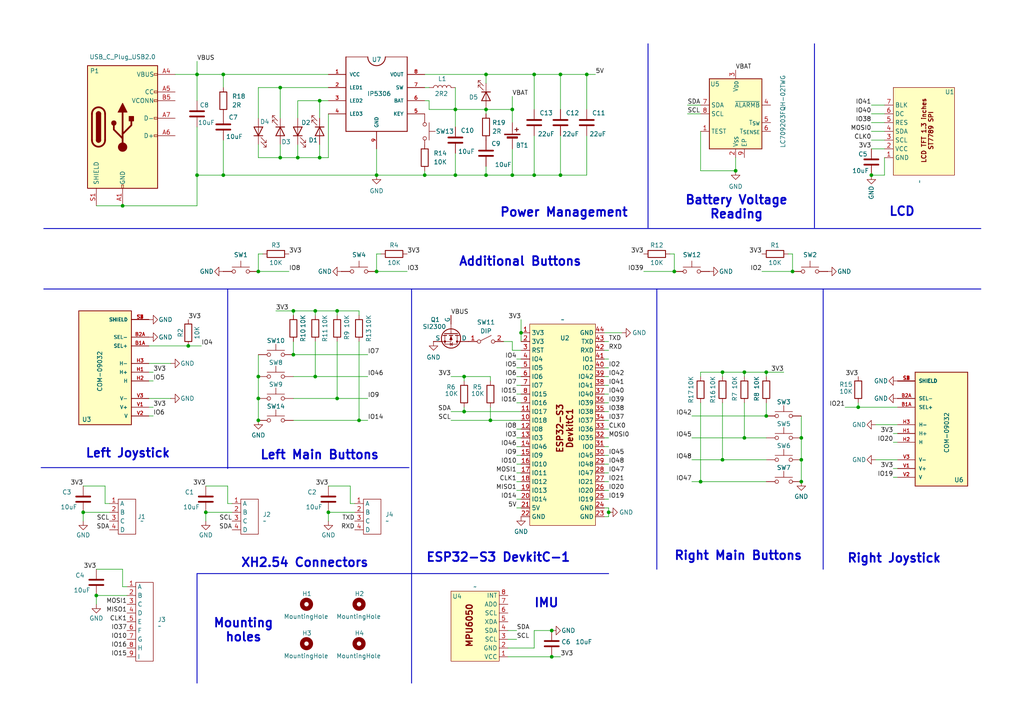
<source format=kicad_sch>
(kicad_sch (version 20231120) (generator "eeschema") (generator_version "8.0")
  (paper "A4")
  (title_block (title "ESP32 Gamepad") (date "2025-01-21") (rev "v02") (comment 1 "Author: Pacman Ng"))
  (junction (at 252.73 50.8))
  (junction (at 148.59 31.75))
  (junction (at 151.13 96.52))
  (junction (at 97.79 90.17))
  (junction (at 140.97 50.8))
  (junction (at 59.69 148.59))
  (junction (at 92.71 45.72))
  (junction (at 222.25 120.65))
  (junction (at 154.94 50.8))
  (junction (at 134.62 119.38))
  (junction (at 229.87 78.74))
  (junction (at 86.36 45.72))
  (junction (at 195.58 78.74))
  (junction (at 132.08 50.8))
  (junction (at 91.44 109.22))
  (junction (at 160.02 190.5))
  (junction (at 95.25 148.59))
  (junction (at 209.55 107.95))
  (junction (at 64.77 50.8))
  (junction (at 74.93 109.22))
  (junction (at 140.97 21.59))
  (junction (at 104.14 121.92))
  (junction (at 162.56 50.8))
  (junction (at 154.94 21.59))
  (junction (at 74.93 121.92))
  (junction (at 24.13 148.59))
  (junction (at 57.15 50.8))
  (junction (at 35.56 59.69))
  (junction (at 74.93 115.57))
  (junction (at 213.36 49.53))
  (junction (at 81.28 25.4))
  (junction (at 232.41 139.7))
  (junction (at 140.97 31.75))
  (junction (at 85.09 102.87))
  (junction (at 142.24 121.92))
  (junction (at 162.56 21.59))
  (junction (at 54.61 100.33))
  (junction (at 170.18 21.59))
  (junction (at 81.28 45.72))
  (junction (at 215.9 127))
  (junction (at 109.22 50.8))
  (junction (at 160.02 182.88))
  (junction (at 123.19 50.8))
  (junction (at 148.59 50.8))
  (junction (at 109.22 78.74))
  (junction (at 232.41 127))
  (junction (at 232.41 133.35))
  (junction (at 85.09 90.17))
  (junction (at 176.53 148.59))
  (junction (at 64.77 21.59))
  (junction (at 215.9 107.95))
  (junction (at 132.08 31.75))
  (junction (at 203.2 139.7))
  (junction (at 222.25 107.95))
  (junction (at 57.15 21.59))
  (junction (at 74.93 78.74))
  (junction (at 134.62 109.22))
  (junction (at 97.79 115.57))
  (junction (at 248.92 118.11))
  (junction (at 91.44 90.17))
  (junction (at 27.94 172.72))
  (junction (at 92.71 29.21))
  (junction (at 209.55 133.35))
  (wire (pts (xy 176.53 104.14) (xy 175.26 104.14)))
  (wire (pts (xy 148.59 27.94) (xy 148.59 31.75)))
  (wire (pts (xy 176.53 149.86) (xy 176.53 148.59)))
  (wire (pts (xy 176.53 121.92) (xy 175.26 121.92)))
  (wire (pts (xy 199.39 30.48) (xy 203.2 30.48)))
  (wire (pts (xy 203.2 49.53) (xy 213.36 49.53)))
  (wire (pts (xy 140.97 31.75) (xy 140.97 33.02)))
  (wire (pts (xy 154.94 21.59) (xy 154.94 31.75)))
  (wire (pts (xy 95.25 140.97) (xy 101.6 140.97)))
  (wire (pts (xy 57.15 36.83) (xy 57.15 50.8)))
  (wire (pts (xy 149.86 109.22) (xy 151.13 109.22)))
  (wire (pts (xy 148.59 99.06) (xy 148.59 101.6)))
  (wire (pts (xy 118.11 78.74) (xy 109.22 78.74)))
  (wire (pts (xy 252.73 33.02) (xy 256.54 33.02)))
  (wire (pts (xy 194.31 73.66) (xy 195.58 73.66)))
  (wire (pts (xy 97.79 99.06) (xy 97.79 115.57)))
  (wire (pts (xy 64.77 21.59) (xy 95.25 21.59)))
  (wire (pts (xy 134.62 109.22) (xy 134.62 110.49)))
  (wire (pts (xy 209.55 133.35) (xy 222.25 133.35)))
  (wire (pts (xy 142.24 121.92) (xy 151.13 121.92)))
  (wire (pts (xy 142.24 110.49) (xy 142.24 109.22)))
  (wire (pts (xy 140.97 21.59) (xy 154.94 21.59)))
  (wire (pts (xy 162.56 50.8) (xy 154.94 50.8)))
  (wire (pts (xy 74.93 25.4) (xy 81.28 25.4)))
  (wire (pts (xy 123.19 41.91) (xy 123.19 43.18)))
  (wire (pts (xy 124.46 29.21) (xy 124.46 31.75)))
  (wire (pts (xy 149.86 132.08) (xy 151.13 132.08)))
  (wire (pts (xy 149.86 129.54) (xy 151.13 129.54)))
  (wire (pts (xy 252.73 38.1) (xy 256.54 38.1)))
  (wire (pts (xy 149.86 116.84) (xy 151.13 116.84)))
  (wire (pts (xy 44.45 107.95) (xy 43.18 107.95)))
  (wire (pts (xy 252.73 43.18) (xy 256.54 43.18)))
  (wire (pts (xy 254 123.19) (xy 260.35 123.19)))
  (polyline (pts (xy 12.7 83.82) (xy 284.48 83.82)) (stroke (width 0.254)))
  (wire (pts (xy 148.59 101.6) (xy 151.13 101.6)))
  (wire (pts (xy 109.22 50.8) (xy 109.22 43.18)))
  (wire (pts (xy 256.54 50.8) (xy 252.73 50.8)))
  (wire (pts (xy 252.73 40.64) (xy 256.54 40.64)))
  (wire (pts (xy 149.86 185.42) (xy 147.32 185.42)))
  (wire (pts (xy 91.44 90.17) (xy 91.44 91.44)))
  (wire (pts (xy 44.45 118.11) (xy 43.18 118.11)))
  (wire (pts (xy 101.6 146.05) (xy 102.87 146.05)))
  (wire (pts (xy 176.53 119.38) (xy 175.26 119.38)))
  (wire (pts (xy 180.34 96.52) (xy 175.26 96.52)))
  (wire (pts (xy 123.19 50.8) (xy 123.19 49.53)))
  (wire (pts (xy 175.26 149.86) (xy 176.53 149.86)))
  (wire (pts (xy 44.45 120.65) (xy 43.18 120.65)))
  (wire (pts (xy 35.56 170.18) (xy 36.83 170.18)))
  (wire (pts (xy 146.05 99.06) (xy 148.59 99.06)))
  (wire (pts (xy 176.53 111.76) (xy 175.26 111.76)))
  (wire (pts (xy 186.69 78.74) (xy 195.58 78.74)))
  (wire (pts (xy 149.86 124.46) (xy 151.13 124.46)))
  (wire (pts (xy 149.86 144.78) (xy 151.13 144.78)))
  (wire (pts (xy 85.09 99.06) (xy 85.09 102.87)))
  (wire (pts (xy 148.59 50.8) (xy 148.59 43.18)))
  (wire (pts (xy 85.09 90.17) (xy 91.44 90.17)))
  (wire (pts (xy 64.77 50.8) (xy 109.22 50.8)))
  (wire (pts (xy 203.2 107.95) (xy 203.2 109.22)))
  (polyline (pts (xy 238.76 83.82) (xy 238.76 165.1)) (stroke (width 0.254)))
  (wire (pts (xy 209.55 107.95) (xy 209.55 109.22)))
  (wire (pts (xy 24.13 151.13) (xy 24.13 148.59)))
  (wire (pts (xy 76.2 73.66) (xy 74.93 73.66)))
  (wire (pts (xy 149.86 114.3) (xy 151.13 114.3)))
  (wire (pts (xy 86.36 41.91) (xy 86.36 45.72)))
  (wire (pts (xy 149.86 137.16) (xy 151.13 137.16)))
  (wire (pts (xy 66.04 146.05) (xy 67.31 146.05)))
  (wire (pts (xy 132.08 25.4) (xy 132.08 31.75)))
  (wire (pts (xy 222.25 120.65) (xy 200.66 120.65)))
  (wire (pts (xy 170.18 21.59) (xy 170.18 31.75)))
  (wire (pts (xy 97.79 90.17) (xy 97.79 91.44)))
  (wire (pts (xy 176.53 101.6) (xy 175.26 101.6)))
  (wire (pts (xy 259.08 125.73) (xy 260.35 125.73)))
  (wire (pts (xy 203.2 38.1) (xy 203.2 49.53)))
  (wire (pts (xy 222.25 116.84) (xy 222.25 120.65)))
  (wire (pts (xy 134.62 118.11) (xy 134.62 119.38)))
  (wire (pts (xy 162.56 21.59) (xy 170.18 21.59)))
  (wire (pts (xy 232.41 120.65) (xy 232.41 127)))
  (polyline (pts (xy 66.04 83.82) (xy 66.04 135.89)) (stroke (width 0.254)))
  (wire (pts (xy 109.22 73.66) (xy 109.22 78.74)))
  (wire (pts (xy 86.36 29.21) (xy 92.71 29.21)))
  (wire (pts (xy 35.56 165.1) (xy 35.56 170.18)))
  (wire (pts (xy 91.44 109.22) (xy 85.09 109.22)))
  (wire (pts (xy 74.93 73.66) (xy 74.93 78.74)))
  (wire (pts (xy 203.2 107.95) (xy 209.55 107.95)))
  (wire (pts (xy 149.86 147.32) (xy 151.13 147.32)))
  (wire (pts (xy 213.36 49.53) (xy 213.36 45.72)))
  (wire (pts (xy 227.33 107.95) (xy 222.25 107.95)))
  (wire (pts (xy 57.15 29.21) (xy 57.15 21.59)))
  (wire (pts (xy 176.53 139.7) (xy 175.26 139.7)))
  (wire (pts (xy 154.94 187.96) (xy 154.94 182.88)))
  (wire (pts (xy 220.98 78.74) (xy 229.87 78.74)))
  (wire (pts (xy 83.82 78.74) (xy 74.93 78.74)))
  (wire (pts (xy 222.25 107.95) (xy 222.25 109.22)))
  (wire (pts (xy 124.46 31.75) (xy 132.08 31.75)))
  (wire (pts (xy 176.53 124.46) (xy 175.26 124.46)))
  (polyline (pts (xy 187.96 12.7) (xy 187.96 66.04)) (stroke (width 0.254)))
  (wire (pts (xy 97.79 115.57) (xy 85.09 115.57)))
  (wire (pts (xy 176.53 144.78) (xy 175.26 144.78)))
  (wire (pts (xy 170.18 50.8) (xy 170.18 39.37)))
  (wire (pts (xy 176.53 142.24) (xy 175.26 142.24)))
  (wire (pts (xy 176.53 114.3) (xy 175.26 114.3)))
  (wire (pts (xy 162.56 190.5) (xy 160.02 190.5)))
  (wire (pts (xy 74.93 109.22) (xy 74.93 115.57)))
  (wire (pts (xy 81.28 45.72) (xy 86.36 45.72)))
  (wire (pts (xy 151.13 96.52) (xy 151.13 99.06)))
  (wire (pts (xy 104.14 90.17) (xy 104.14 91.44)))
  (wire (pts (xy 215.9 107.95) (xy 215.9 109.22)))
  (wire (pts (xy 85.09 121.92) (xy 104.14 121.92)))
  (wire (pts (xy 49.53 105.41) (xy 43.18 105.41)))
  (wire (pts (xy 92.71 41.91) (xy 92.71 45.72)))
  (wire (pts (xy 59.69 151.13) (xy 59.69 148.59)))
  (wire (pts (xy 123.19 50.8) (xy 132.08 50.8)))
  (polyline (pts (xy 11.938 135.636) (xy 118.618 135.636)) (stroke (width 0.254)))
  (wire (pts (xy 109.22 50.8) (xy 123.19 50.8)))
  (wire (pts (xy 86.36 34.29) (xy 86.36 29.21)))
  (wire (pts (xy 74.93 34.29) (xy 74.93 25.4)))
  (polyline (pts (xy 57.15 166.37) (xy 119.38 166.37)) (stroke (width 0.254)))
  (wire (pts (xy 91.44 109.22) (xy 106.68 109.22)))
  (wire (pts (xy 57.15 59.69) (xy 57.15 50.8)))
  (wire (pts (xy 176.53 132.08) (xy 175.26 132.08)))
  (polyline (pts (xy 119.38 166.37) (xy 119.38 198.12)) (stroke (width 0.254)))
  (wire (pts (xy 252.73 35.56) (xy 256.54 35.56)))
  (wire (pts (xy 151.13 92.71) (xy 151.13 96.52)))
  (wire (pts (xy 74.93 45.72) (xy 81.28 45.72)))
  (wire (pts (xy 147.32 187.96) (xy 154.94 187.96)))
  (wire (pts (xy 248.92 116.84) (xy 248.92 118.11)))
  (wire (pts (xy 176.53 106.68) (xy 175.26 106.68)))
  (wire (pts (xy 140.97 48.26) (xy 140.97 50.8)))
  (wire (pts (xy 30.48 140.97) (xy 30.48 146.05)))
  (wire (pts (xy 203.2 139.7) (xy 200.66 139.7)))
  (wire (pts (xy 176.53 127) (xy 175.26 127)))
  (wire (pts (xy 149.86 139.7) (xy 151.13 139.7)))
  (wire (pts (xy 148.59 50.8) (xy 140.97 50.8)))
  (wire (pts (xy 209.55 116.84) (xy 209.55 133.35)))
  (wire (pts (xy 24.13 140.97) (xy 30.48 140.97)))
  (wire (pts (xy 149.86 104.14) (xy 151.13 104.14)))
  (wire (pts (xy 232.41 127) (xy 232.41 133.35)))
  (wire (pts (xy 142.24 118.11) (xy 142.24 121.92)))
  (wire (pts (xy 256.54 45.72) (xy 256.54 50.8)))
  (wire (pts (xy 215.9 127) (xy 200.66 127)))
  (wire (pts (xy 57.15 21.59) (xy 64.77 21.59)))
  (wire (pts (xy 134.62 119.38) (xy 151.13 119.38)))
  (wire (pts (xy 176.53 109.22) (xy 175.26 109.22)))
  (wire (pts (xy 209.55 107.95) (xy 215.9 107.95)))
  (wire (pts (xy 74.93 41.91) (xy 74.93 45.72)))
  (wire (pts (xy 162.56 21.59) (xy 162.56 31.75)))
  (wire (pts (xy 203.2 116.84) (xy 203.2 139.7)))
  (wire (pts (xy 101.6 140.97) (xy 101.6 146.05)))
  (wire (pts (xy 176.53 137.16) (xy 175.26 137.16)))
  (wire (pts (xy 92.71 29.21) (xy 95.25 29.21)))
  (wire (pts (xy 228.6 73.66) (xy 229.87 73.66)))
  (wire (pts (xy 148.59 31.75) (xy 148.59 35.56)))
  (wire (pts (xy 229.87 73.66) (xy 229.87 78.74)))
  (wire (pts (xy 54.61 100.33) (xy 58.42 100.33)))
  (wire (pts (xy 97.79 115.57) (xy 106.68 115.57)))
  (wire (pts (xy 66.04 140.97) (xy 66.04 146.05)))
  (wire (pts (xy 132.08 44.45) (xy 132.08 50.8)))
  (wire (pts (xy 91.44 99.06) (xy 91.44 109.22)))
  (wire (pts (xy 43.18 115.57) (xy 49.53 115.57)))
  (wire (pts (xy 81.28 41.91) (xy 81.28 45.72)))
  (wire (pts (xy 124.46 25.4) (xy 123.19 25.4)))
  (wire (pts (xy 160.02 190.5) (xy 147.32 190.5)))
  (polyline (pts (xy 236.22 12.7) (xy 236.22 66.04)) (stroke (width 0.254)))
  (wire (pts (xy 248.92 118.11) (xy 245.11 118.11)))
  (wire (pts (xy 104.14 121.92) (xy 106.68 121.92)))
  (wire (pts (xy 222.25 107.95) (xy 215.9 107.95)))
  (wire (pts (xy 149.86 142.24) (xy 151.13 142.24)))
  (wire (pts (xy 95.25 151.13) (xy 95.25 148.59)))
  (polyline (pts (xy 190.5 83.82) (xy 190.5 165.1)) (stroke (width 0.254)))
  (wire (pts (xy 176.53 134.62) (xy 175.26 134.62)))
  (wire (pts (xy 176.53 129.54) (xy 175.26 129.54)))
  (polyline (pts (xy 119.38 166.37) (xy 176.53 166.37)) (stroke (width 0.254)))
  (wire (pts (xy 248.92 118.11) (xy 260.35 118.11)))
  (wire (pts (xy 80.01 90.17) (xy 85.09 90.17)))
  (wire (pts (xy 92.71 45.72) (xy 95.25 45.72)))
  (wire (pts (xy 162.56 39.37) (xy 162.56 50.8)))
  (wire (pts (xy 81.28 25.4) (xy 81.28 34.29)))
  (wire (pts (xy 195.58 73.66) (xy 195.58 78.74)))
  (wire (pts (xy 132.08 31.75) (xy 140.97 31.75)))
  (wire (pts (xy 199.39 33.02) (xy 203.2 33.02)))
  (wire (pts (xy 86.36 45.72) (xy 92.71 45.72)))
  (wire (pts (xy 140.97 31.75) (xy 148.59 31.75)))
  (wire (pts (xy 92.71 29.21) (xy 92.71 34.29)))
  (wire (pts (xy 24.13 148.59) (xy 31.75 148.59)))
  (wire (pts (xy 130.81 121.92) (xy 142.24 121.92)))
  (wire (pts (xy 149.86 111.76) (xy 151.13 111.76)))
  (wire (pts (xy 130.81 119.38) (xy 134.62 119.38)))
  (wire (pts (xy 209.55 133.35) (xy 200.66 133.35)))
  (wire (pts (xy 259.08 138.43) (xy 260.35 138.43)))
  (wire (pts (xy 222.25 139.7) (xy 203.2 139.7)))
  (wire (pts (xy 64.77 40.64) (xy 64.77 50.8)))
  (wire (pts (xy 110.49 73.66) (xy 109.22 73.66)))
  (wire (pts (xy 259.08 128.27) (xy 260.35 128.27)))
  (wire (pts (xy 57.15 17.78) (xy 57.15 21.59)))
  (wire (pts (xy 95.25 45.72) (xy 95.25 33.02)))
  (polyline (pts (xy 12.7 66.294) (xy 284.48 66.294)) (stroke (width 0.254)))
  (wire (pts (xy 154.94 21.59) (xy 162.56 21.59)))
  (wire (pts (xy 252.73 30.48) (xy 256.54 30.48)))
  (wire (pts (xy 176.53 116.84) (xy 175.26 116.84)))
  (wire (pts (xy 54.61 100.33) (xy 43.18 100.33)))
  (wire (pts (xy 154.94 182.88) (xy 160.02 182.88)))
  (wire (pts (xy 104.14 90.17) (xy 97.79 90.17)))
  (wire (pts (xy 149.86 127) (xy 151.13 127)))
  (wire (pts (xy 232.41 133.35) (xy 232.41 139.7)))
  (wire (pts (xy 104.14 99.06) (xy 104.14 121.92)))
  (wire (pts (xy 74.93 115.57) (xy 74.93 121.92)))
  (wire (pts (xy 149.86 134.62) (xy 151.13 134.62)))
  (wire (pts (xy 44.45 110.49) (xy 43.18 110.49)))
  (polyline (pts (xy 57.15 198.12) (xy 57.15 166.37)) (stroke (width 0.254)))
  (wire (pts (xy 140.97 50.8) (xy 132.08 50.8)))
  (wire (pts (xy 85.09 90.17) (xy 85.09 91.44)))
  (wire (pts (xy 74.93 102.87) (xy 74.93 109.22)))
  (wire (pts (xy 130.81 109.22) (xy 134.62 109.22)))
  (wire (pts (xy 59.69 140.97) (xy 66.04 140.97)))
  (wire (pts (xy 50.8 21.59) (xy 57.15 21.59)))
  (wire (pts (xy 57.15 50.8) (xy 64.77 50.8)))
  (wire (pts (xy 148.59 50.8) (xy 154.94 50.8)))
  (polyline (pts (xy 119.38 83.82) (xy 119.38 166.37)) (stroke (width 0.254)))
  (wire (pts (xy 259.08 135.89) (xy 260.35 135.89)))
  (wire (pts (xy 35.56 59.69) (xy 57.15 59.69)))
  (wire (pts (xy 149.86 106.68) (xy 151.13 106.68)))
  (wire (pts (xy 95.25 148.59) (xy 102.87 148.59)))
  (wire (pts (xy 27.94 175.26) (xy 27.94 172.72)))
  (wire (pts (xy 123.19 29.21) (xy 124.46 29.21)))
  (wire (pts (xy 97.79 90.17) (xy 91.44 90.17)))
  (wire (pts (xy 81.28 25.4) (xy 95.25 25.4)))
  (wire (pts (xy 260.35 133.35) (xy 254 133.35)))
  (wire (pts (xy 154.94 39.37) (xy 154.94 50.8)))
  (wire (pts (xy 27.94 172.72) (xy 36.83 172.72)))
  (wire (pts (xy 140.97 21.59) (xy 140.97 24.13)))
  (wire (pts (xy 170.18 21.59) (xy 172.72 21.59)))
  (wire (pts (xy 175.26 147.32) (xy 176.53 147.32)))
  (wire (pts (xy 170.18 50.8) (xy 162.56 50.8)))
  (wire (pts (xy 134.62 109.22) (xy 142.24 109.22)))
  (wire (pts (xy 149.86 182.88) (xy 147.32 182.88)))
  (wire (pts (xy 59.69 148.59) (xy 67.31 148.59)))
  (wire (pts (xy 132.08 31.75) (xy 132.08 36.83)))
  (wire (pts (xy 64.77 21.59) (xy 64.77 25.4)))
  (wire (pts (xy 85.09 102.87) (xy 106.68 102.87)))
  (wire (pts (xy 30.48 146.05) (xy 31.75 146.05)))
  (wire (pts (xy 215.9 127) (xy 222.25 127)))
  (wire (pts (xy 27.94 165.1) (xy 35.56 165.1)))
  (wire (pts (xy 123.19 21.59) (xy 140.97 21.59)))
  (wire (pts (xy 27.94 59.69) (xy 35.56 59.69)))
  (wire (pts (xy 215.9 116.84) (xy 215.9 127)))
  (wire (pts (xy 176.53 147.32) (xy 176.53 148.59)))
  (wire (pts (xy 176.53 99.06) (xy 175.26 99.06)))
  (text "Left Main Buttons" (at 92.71 132.08 0) (effects (font (size 2.54 2.54) (thickness 0.508) (bold yes))))
  (text "XH2.54 Connectors" (at 88.392 163.322 0) (effects (font (size 2.54 2.54) (thickness 0.508) (bold yes))))
  (text "Mounting\nholes" (at 70.612 182.88 0) (effects (font (size 2.54 2.54) (thickness 0.508) (bold yes))))
  (text "Battery Voltage\nReading" (at 213.614 60.198 0) (effects (font (size 2.54 2.54) (thickness 0.508) (bold yes))))
  (text "Power Management" (at 163.576 61.722 0) (effects (font (size 2.54 2.54) (thickness 0.508) (bold yes))))
  (text "IMU" (at 158.496 175.006 0) (effects (font (size 2.54 2.54) (thickness 0.508) (bold yes))))
  (text "Additional Buttons" (at 150.876 75.946 0) (effects (font (size 2.54 2.54) (thickness 0.508) (bold yes))))
  (text "ESP32-S3 DevkitC-1" (at 144.526 161.798 0) (effects (font (size 2.54 2.54) (thickness 0.508) (bold yes))))
  (text "Right Joystick" (at 259.334 162.052 0) (effects (font (size 2.54 2.54) (thickness 0.508) (bold yes))))
  (text "Left Joystick" (at 37.084 131.572 0) (effects (font (size 2.54 2.54) (thickness 0.508) (bold yes))))
  (text "LCD" (at 261.62 61.468 0) (effects (font (size 2.54 2.54) (thickness 0.508) (bold yes))))
  (text "Right Main Buttons" (at 214.122 161.29 0) (effects (font (size 2.54 2.54) (thickness 0.508) (bold yes))))
  (label "IO16" (at 36.83 187.96 180))
  (label "CLK0" (at 176.53 124.46 0) (effects (font (thickness 0.1588))))
  (label "IO8" (at 149.86 124.46 180))
  (label "3V3" (at 80.01 90.17 0))
  (label "SDA" (at 31.75 153.67 180))
  (label "IO39" (at 186.69 78.74 180))
  (label "3V3" (at 162.56 190.5 0))
  (label "IO5" (at 149.86 106.68 180))
  (label "IO46" (at 149.86 129.54 180))
  (label "3V3" (at 95.25 140.97 180))
  (label "MOSI0" (at 176.53 127 0) (effects (font (thickness 0.1588))))
  (label "3V3" (at 259.08 125.73 180))
  (label "3V3" (at 248.92 109.22 180))
  (label "IO41" (at 176.53 111.76 0) (effects (font (thickness 0.1588))))
  (label "SDA" (at 199.39 30.48 0))
  (label "IO10" (at 36.83 185.42 180))
  (label "3V3" (at 24.13 140.97 180))
  (label "VBUS" (at 57.15 17.78 0))
  (label "TXD" (at 176.53 99.06 0))
  (label "MOSI1" (at 36.83 175.26 180))
  (label "IO7" (at 106.68 102.87 0))
  (label "3V3" (at 227.33 107.95 180))
  (label "CLK0" (at 252.73 40.64 180) (effects (font (thickness 0.1588))))
  (label "3V3" (at 252.73 43.18 180))
  (label "MISO1" (at 36.83 177.8 180))
  (label "3V3" (at 59.69 140.97 180))
  (label "3V3" (at 186.69 73.66 180))
  (label "3V3" (at 259.08 135.89 180))
  (label "IO3" (at 149.86 127 180))
  (label "3V3" (at 54.61 92.71 0))
  (label "IO48" (at 176.53 134.62 0) (effects (font (thickness 0.1588))))
  (label "CLK1" (at 149.86 139.7 180))
  (label "IO21" (at 176.53 139.7 0))
  (label "SCL" (at 149.86 185.42 0))
  (label "VBAT" (at 148.59 27.94 0))
  (label "IO8" (at 83.82 78.74 0))
  (label "3V3" (at 44.45 107.95 0))
  (label "IO42" (at 176.53 109.22 0))
  (label "IO16" (at 149.86 116.84 180))
  (label "VBAT" (at 213.36 20.32 0))
  (label "SDA" (at 130.81 119.38 180))
  (label "MISO1" (at 149.86 142.24 180))
  (label "SCL" (at 67.31 151.13 180))
  (label "IO14" (at 106.68 121.92 0))
  (label "IO37" (at 36.83 182.88 180))
  (label "IO21" (at 245.11 118.11 180))
  (label "IO3" (at 118.11 78.74 0))
  (label "RXD" (at 176.53 101.6 0))
  (label "IO46" (at 106.68 109.22 0))
  (label "IO48" (at 200.66 133.35 180) (effects (font (thickness 0.1588))))
  (label "IO4" (at 58.42 100.33 0))
  (label "IO40" (at 176.53 114.3 0) (effects (font (thickness 0.1588))))
  (label "IO4" (at 149.86 104.14 180))
  (label "VBUS" (at 130.81 91.44 0))
  (label "IO15" (at 36.83 190.5 180))
  (label "SCL" (at 31.75 151.13 180))
  (label "IO9" (at 149.86 132.08 180))
  (label "IO15" (at 149.86 114.3 180))
  (label "IO37" (at 176.53 121.92 0))
  (label "SCL" (at 130.81 121.92 180))
  (label "SDA" (at 67.31 153.67 180))
  (label "IO47" (at 200.66 139.7 180) (effects (font (thickness 0.1588))))
  (label "IO38" (at 176.53 119.38 0) (effects (font (thickness 0.1588))))
  (label "IO10" (at 149.86 134.62 180))
  (label "IO14" (at 149.86 144.78 180))
  (label "IO20" (at 259.08 128.27 180))
  (label "3V3" (at 220.98 73.66 180))
  (label "MOSI1" (at 149.86 137.16 180))
  (label "MOSI0" (at 252.73 38.1 180) (effects (font (thickness 0.1588))))
  (label "3V3" (at 27.94 165.1 180))
  (label "IO19" (at 176.53 144.78 0))
  (label "3V3" (at 130.81 109.22 180))
  (label "IO42" (at 200.66 120.65 180))
  (label "IO19" (at 259.08 138.43 180))
  (label "IO7" (at 149.86 111.76 180))
  (label "3V3" (at 118.11 73.66 0))
  (label "IO20" (at 176.53 142.24 0))
  (label "IO2" (at 176.53 106.68 0))
  (label "5V" (at 149.86 147.32 180))
  (label "TXD" (at 102.87 151.13 180))
  (label "3V3" (at 83.82 73.66 0))
  (label "IO45" (at 200.66 127 180) (effects (font (thickness 0.1588))))
  (label "3V3" (at 151.13 92.71 180))
  (label "IO6" (at 44.45 120.65 0))
  (label "IO39" (at 176.53 116.84 0))
  (label "SCL" (at 199.39 33.02 0))
  (label "IO38" (at 252.73 35.56 180) (effects (font (thickness 0.1588))))
  (label "CLK1" (at 36.83 180.34 180))
  (label "IO47" (at 176.53 137.16 0) (effects (font (thickness 0.1588))))
  (label "3V3" (at 44.45 118.11 0))
  (label "IO45" (at 176.53 132.08 0) (effects (font (thickness 0.1588))))
  (label "IO41" (at 252.73 30.48 180) (effects (font (thickness 0.1588))))
  (label "IO40" (at 252.73 33.02 180) (effects (font (thickness 0.1588))))
  (label "SDA" (at 149.86 182.88 0))
  (label "IO6" (at 149.86 109.22 180))
  (label "IO5" (at 44.45 110.49 0))
  (label "IO2" (at 220.98 78.74 180))
  (label "IO9" (at 106.68 115.57 0))
  (label "5V" (at 172.72 21.59 0))
  (label "RXD" (at 102.87 153.67 180))
  (symbol (lib_id "XH_2p54:XH_2p54_4P_male") (at 38.1 149.86 270) (unit 1)
    (property "Reference" "J1" (at 39.878 149.86 90) (effects (justify left)))
    (property "Value" "~" (at 40.64 151.13 90) (effects (justify left)))
    (property "Footprint" "XH_2p54:XH_2p54_4P_male" (effects (hide yes)))
  )
  (symbol (lib_id "power:GND") (at 49.53 105.41 90) (unit 1)
    (property "Reference" "#PWR02" (effects (hide yes)))
    (property "Value" "GND" (at 54.356 105.41 90))
    (property "Description" "Power symbol creates a global label with name \"GND\" , ground" (effects (hide yes)))
  )
  (symbol (lib_id "power:GND") (at 27.94 175.26 0) (mirror y) (unit 1)
    (property "Reference" "#PWR026" (effects (hide yes)))
    (property "Value" "GND" (at 27.94 179.324 0))
    (property "Description" "Power symbol creates a global label with name \"GND\" , ground" (effects (hide yes)))
  )
  (symbol (lib_id "Device:C") (at 27.94 168.91 0) (unit 1)
    (property "Reference" "C4" (at 21.844 166.878 0) (effects (justify left)))
    (property "Value" "10uF" (at 21.336 171.196 0) (effects (justify left)))
    (property "Footprint" "Capacitor_SMD:C_0805_2012Metric" (effects (hide yes)))
    (property "Description" "Unpolarized capacitor" (effects (hide yes)))
  )
  (symbol (lib_id "Switch:SW_Push") (at 80.01 109.22 0) (mirror y) (unit 1)
    (property "Reference" "SW8" (at 80.01 105.156 0))
    (property "Value" "SW_Push" (effects (hide yes)))
    (property "Footprint" "Keyboard_Switches:SW_MX_LowProfile_Kailh_Choc_V1V2_THT_Hybrid" (effects (hide yes)))
    (property "Description" "Push button switch, generic, two pins" (effects (hide yes)))
  )
  (symbol (lib_id "XH_2p54:XH_2p54_9P_male") (at 43.18 179.07 270) (unit 1)
    (property "Reference" "J3" (at 45.72 179.7049 90) (effects (justify left)))
    (property "Value" "~" (at 45.72 181.61 90) (effects (justify left)))
    (property "Footprint" "XH_2p54:XH_2p54_9P_male" (effects (hide yes)))
  )
  (symbol (lib_id "Device:C") (at 59.69 144.78 0) (unit 1)
    (property "Reference" "C1" (at 53.594 142.748 0) (effects (justify left)))
    (property "Value" "10uF" (at 53.086 147.066 0) (effects (justify left)))
    (property "Footprint" "Capacitor_SMD:C_0805_2012Metric" (effects (hide yes)))
    (property "Description" "Unpolarized capacitor" (effects (hide yes)))
  )
  (symbol (lib_id "Switch:SW_Push") (at 200.66 78.74 0) (mirror y) (unit 1)
    (property "Reference" "SW12" (at 200.66 73.914 0))
    (property "Value" "SW_Push" (effects (hide yes)))
    (property "Footprint" "Button_Switch_THT:SW_PUSH-12mm" (effects (hide yes)))
    (property "Description" "Push button switch, generic, two pins" (effects (hide yes)))
  )
  (symbol (lib_id "Device:C") (at 160.02 186.69 0) (unit 1)
    (property "Reference" "C6" (at 162.814 186.182 0) (effects (justify left)))
    (property "Value" "10uF" (at 166.878 186.182 0) (effects (justify left)))
    (property "Footprint" "Capacitor_SMD:C_0805_2012Metric" (effects (hide yes)))
    (property "Description" "Unpolarized capacitor" (effects (hide yes)))
  )
  (symbol (lib_id "Device:C") (at 95.25 144.78 0) (unit 1)
    (property "Reference" "C2" (at 89.154 142.748 0) (effects (justify left)))
    (property "Value" "10uF" (at 88.646 147.066 0) (effects (justify left)))
    (property "Footprint" "Capacitor_SMD:C_0805_2012Metric" (effects (hide yes)))
    (property "Description" "Unpolarized capacitor" (effects (hide yes)))
  )
  (symbol (lib_id "power:GND") (at 125.73 99.06 0) (mirror y) (unit 1)
    (property "Reference" "#PWR09" (effects (hide yes)))
    (property "Value" "GND" (at 125.73 103.632 0))
    (property "Description" "Power symbol creates a global label with name \"GND\" , ground" (effects (hide yes)))
  )
  (symbol (lib_id "Device:R") (at 91.44 95.25 0) (mirror x) (unit 1)
    (property "Reference" "R11" (at 94.234 97.282 90))
    (property "Value" "10K" (at 94.234 93.218 90))
    (property "Footprint" "Resistor_SMD:R_0805_2012Metric" (effects (hide yes)))
    (property "Description" "Resistor" (effects (hide yes)))
  )
  (symbol (lib_id "power:GND") (at 99.06 78.74 270) (unit 1)
    (property "Reference" "#PWR05" (effects (hide yes)))
    (property "Value" "GND" (at 94.234 78.74 90))
    (property "Description" "Power symbol creates a global label with name \"GND\" , ground" (effects (hide yes)))
  )
  (symbol (lib_id "power:GND") (at 64.77 78.74 270) (unit 1)
    (property "Reference" "#PWR06" (effects (hide yes)))
    (property "Value" "GND" (at 59.944 78.74 90))
    (property "Description" "Power symbol creates a global label with name \"GND\" , ground" (effects (hide yes)))
  )
  (symbol (lib_id "power:GND") (at 24.13 151.13 0) (mirror y) (unit 1)
    (property "Reference" "#PWR025" (effects (hide yes)))
    (property "Value" "GND" (at 24.13 155.194 0))
    (property "Description" "Power symbol creates a global label with name \"GND\" , ground" (effects (hide yes)))
  )
  (symbol (lib_id "Mechanical:MountingHole") (at 104.14 175.26 0) (unit 1) (exclude_from_sim yes) (in_bom no)
    (property "Reference" "H2" (at 102.87 172.212 0) (effects (justify left)))
    (property "Value" "MountingHole" (at 97.536 178.816 0) (effects (justify left)))
    (property "Footprint" "MountingHole:MountingHole_3.2mm_M3_Pad" (effects (hide yes)))
    (property "Description" "Mounting Hole without connection" (effects (hide yes)))
  )
  (symbol (lib_id "Switch:SW_SPST") (at 140.97 99.06 0) (unit 1)
    (property "Reference" "SW11" (at 140.97 93.472 0))
    (property "Value" "DIP" (at 140.97 96.012 0))
    (property "Footprint" "Button_Switch_THT:SW_DIP_SPSTx01_Slide_9.78x4.72mm_W7.62mm_P2.54mm" (effects (hide yes)))
    (property "Description" "Single Pole Single Throw (SPST) switch" (effects (hide yes)))
  )
  (symbol (lib_id "Device:R") (at 142.24 114.3 0) (mirror x) (unit 1)
    (property "Reference" "R5" (at 138.43 112.268 0))
    (property "Value" "10K" (at 138.557 114.173 0))
    (property "Footprint" "Resistor_SMD:R_0805_2012Metric" (effects (hide yes)))
    (property "Description" "Resistor" (effects (hide yes)))
  )
  (symbol (lib_id "Device:L") (at 128.27 25.4 90) (unit 1)
    (property "Reference" "L1" (at 128.27 22.86 90))
    (property "Value" "2R2" (at 128.016 27.178 90))
    (property "Footprint" "Inductor_SMD:L_10.4x10.4_H4.8" (effects (hide yes)))
    (property "Description" "Inductor" (effects (hide yes)))
  )
  (symbol (lib_id "power:GND") (at 254 123.19 270) (mirror x) (unit 1)
    (property "Reference" "#PWR020" (effects (hide yes)))
    (property "Value" "GND" (at 249.174 123.19 90))
    (property "Description" "Power symbol creates a global label with name \"GND\" , ground" (effects (hide yes)))
  )
  (symbol (lib_id "power:GND") (at 160.02 182.88 90) (unit 1)
    (property "Reference" "#PWR08" (effects (hide yes)))
    (property "Value" "GND" (at 164.846 182.88 90))
    (property "Description" "Power symbol creates a global label with name \"GND\" , ground" (effects (hide yes)))
  )
  (symbol (lib_id "Device:R") (at 97.79 95.25 0) (mirror x) (unit 1)
    (property "Reference" "R9" (at 100.584 97.282 90))
    (property "Value" "10K" (at 100.584 93.218 90))
    (property "Footprint" "Resistor_SMD:R_0805_2012Metric" (effects (hide yes)))
    (property "Description" "Resistor" (effects (hide yes)))
  )
  (symbol (lib_id "Device:C") (at 64.77 36.83 0) (unit 1)
    (property "Reference" "C7" (at 66.294 34.036 0) (effects (justify left)))
    (property "Value" "10uF" (at 65.532 39.624 0) (effects (justify left)))
    (property "Footprint" "Capacitor_SMD:C_0805_2012Metric" (effects (hide yes)))
    (property "Description" "Unpolarized capacitor" (effects (hide yes)))
  )
  (symbol (lib_id "Device:C") (at 154.94 35.56 0) (unit 1)
    (property "Reference" "C13" (at 156.464 32.766 0) (effects (justify left)))
    (property "Value" "22uF" (at 155.956 38.862 0) (effects (justify left)))
    (property "Footprint" "Capacitor_Tantalum_SMD:CP_EIA-3528-15_AVX-H_Pad1.50x2.35mm_HandSolder" (effects (hide yes)))
    (property "Description" "Unpolarized capacitor" (effects (hide yes)))
  )
  (symbol (lib_id "Device:R") (at 203.2 113.03 180) (unit 1)
    (property "Reference" "R17" (at 200.406 115.062 90))
    (property "Value" "10K" (at 200.406 110.998 90))
    (property "Footprint" "Resistor_SMD:R_0805_2012Metric" (effects (hide yes)))
    (property "Description" "Resistor" (effects (hide yes)))
  )
  (symbol (lib_id "Switch:SW_Push") (at 234.95 78.74 0) (mirror y) (unit 1)
    (property "Reference" "SW2" (at 234.95 73.914 0))
    (property "Value" "SW_Push" (effects (hide yes)))
    (property "Footprint" "Button_Switch_THT:SW_Tactile_SPST_Angled_PTS645Vx31-2LFS" (effects (hide yes)))
    (property "Description" "Push button switch, generic, two pins" (effects (hide yes)))
  )
  (symbol (lib_id "Device:R") (at 123.19 45.72 0) (unit 1)
    (property "Reference" "R14" (at 125.73 44.4499 0) (effects (justify left)))
    (property "Value" "10K" (at 125.73 46.9899 0) (effects (justify left)))
    (property "Footprint" "Resistor_SMD:R_0805_2012Metric" (effects (hide yes)))
    (property "Description" "Resistor" (effects (hide yes)))
  )
  (symbol (lib_id "Device:C") (at 252.73 46.99 0) (unit 1)
    (property "Reference" "C5" (at 248.92 44.704 0) (effects (justify left)))
    (property "Value" "10uF" (at 247.142 49.53 0) (effects (justify left)))
    (property "Footprint" "Capacitor_SMD:C_0805_2012Metric" (effects (hide yes)))
    (property "Description" "Unpolarized capacitor" (effects (hide yes)))
  )
  (symbol (lib_id "power:GND") (at 151.13 149.86 0) (unit 1)
    (property "Reference" "#PWR010" (effects (hide yes)))
    (property "Value" "GND" (at 151.13 154.178 0))
    (property "Description" "Power symbol creates a global label with name \"GND\" , ground" (effects (hide yes)))
  )
  (symbol (lib_id "Device:C") (at 170.18 35.56 0) (unit 1)
    (property "Reference" "C11" (at 171.704 32.766 0) (effects (justify left)))
    (property "Value" "22uF" (at 170.942 38.862 0) (effects (justify left)))
    (property "Footprint" "Capacitor_Tantalum_SMD:CP_EIA-3528-15_AVX-H_Pad1.50x2.35mm_HandSolder" (effects (hide yes)))
    (property "Description" "Unpolarized capacitor" (effects (hide yes)))
  )
  (symbol (lib_id "Switch:SW_Push") (at 227.33 127 0) (unit 1)
    (property "Reference" "SW5" (at 227.33 122.936 0))
    (property "Value" "SW_Push" (effects (hide yes)))
    (property "Footprint" "Keyboard_Switches:SW_MX_LowProfile_Kailh_Choc_V1V2_THT_Hybrid" (effects (hide yes)))
    (property "Description" "Push button switch, generic, two pins" (effects (hide yes)))
  )
  (symbol (lib_id "Device:C") (at 132.08 40.64 0) (unit 1)
    (property "Reference" "C10" (at 133.604 37.846 0) (effects (justify left)))
    (property "Value" "10uF" (at 132.842 43.942 0) (effects (justify left)))
    (property "Footprint" "Capacitor_SMD:C_0805_2012Metric" (effects (hide yes)))
    (property "Description" "Unpolarized capacitor" (effects (hide yes)))
  )
  (symbol (lib_id "Device:R") (at 80.01 73.66 270) (unit 1)
    (property "Reference" "R3" (at 80.01 71.12 90))
    (property "Value" "10K" (at 80.01 76.2 90))
    (property "Footprint" "Resistor_SMD:R_0805_2012Metric" (effects (hide yes)))
    (property "Description" "Resistor" (effects (hide yes)))
  )
  (symbol (lib_id "power:GND") (at 109.22 50.8 0) (unit 1)
    (property "Reference" "#PWR011" (effects (hide yes)))
    (property "Value" "GND" (at 109.22 55.372 0))
    (property "Description" "Power symbol creates a global label with name \"GND\" , ground" (effects (hide yes)))
  )
  (symbol (lib_id "Device:LED") (at 81.28 38.1 270) (unit 1)
    (property "Reference" "D3" (at 84.328 41.148 90) (effects (justify right)))
    (property "Value" "LED" (effects (hide yes)))
    (property "Footprint" "LED_SMD:LED_0805_2012Metric" (effects (hide yes)))
    (property "Description" "Light emitting diode" (effects (hide yes)))
  )
  (symbol (lib_id "power:GND") (at 240.03 78.74 90) (mirror x) (unit 1)
    (property "Reference" "#PWR014" (effects (hide yes)))
    (property "Value" "GND" (at 244.856 78.74 90))
    (property "Description" "Power symbol creates a global label with name \"GND\" , ground" (effects (hide yes)))
  )
  (symbol (lib_id "XH_2p54:XH_2p54_4P_male") (at 73.66 149.86 270) (unit 1)
    (property "Reference" "J2" (at 76.2 149.2249 90) (effects (justify left)))
    (property "Value" "~" (at 76.2 151.13 90) (effects (justify left)))
    (property "Footprint" "XH_2p54:XH_2p54_4P_male" (effects (hide yes)))
  )
  (symbol (lib_id "power:GND") (at 205.74 78.74 90) (mirror x) (unit 1)
    (property "Reference" "#PWR015" (effects (hide yes)))
    (property "Value" "GND" (at 210.566 78.74 90))
    (property "Description" "Power symbol creates a global label with name \"GND\" , ground" (effects (hide yes)))
  )
  (symbol (lib_id "Device:R") (at 64.77 29.21 0) (unit 1)
    (property "Reference" "R18" (at 67.31 27.9399 0) (effects (justify left)))
    (property "Value" "2R" (at 67.31 30.4799 0) (effects (justify left)))
    (property "Footprint" "Resistor_SMD:R_0805_2012Metric" (effects (hide yes)))
    (property "Description" "Resistor" (effects (hide yes)))
  )
  (symbol (lib_id "Mechanical:MountingHole") (at 88.9 175.26 0) (unit 1) (exclude_from_sim yes) (in_bom no)
    (property "Reference" "H1" (at 87.63 172.212 0) (effects (justify left)))
    (property "Value" "MountingHole" (at 82.296 178.816 0) (effects (justify left)))
    (property "Footprint" "MountingHole:MountingHole_3.2mm_M3_Pad" (effects (hide yes)))
    (property "Description" "Mounting Hole without connection" (effects (hide yes)))
  )
  (symbol (lib_id "Device:R") (at 222.25 113.03 180) (unit 1)
    (property "Reference" "R8" (at 219.456 115.062 90))
    (property "Value" "10K" (at 219.456 110.998 90))
    (property "Footprint" "Resistor_SMD:R_0805_2012Metric" (effects (hide yes)))
    (property "Description" "Resistor" (effects (hide yes)))
  )
  (symbol (lib_id "Switch:SW_Push") (at 69.85 78.74 0) (unit 1)
    (property "Reference" "SW1" (at 69.85 73.914 0))
    (property "Value" "SW_Push" (effects (hide yes)))
    (property "Footprint" "Button_Switch_THT:SW_Tactile_SPST_Angled_PTS645Vx31-2LFS" (effects (hide yes)))
    (property "Description" "Push button switch, generic, two pins" (effects (hide yes)))
  )
  (symbol (lib_id "Device:C") (at 140.97 44.45 0) (unit 1)
    (property "Reference" "C9" (at 142.494 41.656 0) (effects (justify left)))
    (property "Value" "10uF" (at 143.51 47.752 0) (effects (justify left)))
    (property "Footprint" "Capacitor_SMD:C_0805_2012Metric" (effects (hide yes)))
    (property "Description" "Unpolarized capacitor" (effects (hide yes)))
  )
  (symbol (lib_id "power:GND") (at 213.36 49.53 0) (unit 1)
    (property "Reference" "#PWR022" (effects (hide yes)))
    (property "Value" "GND" (at 213.36 54.102 0))
    (property "Description" "Power symbol creates a global label with name \"GND\" , ground" (effects (hide yes)))
  )
  (symbol (lib_id "Switch:SW_Push") (at 227.33 133.35 0) (unit 1)
    (property "Reference" "SW6" (at 227.33 129.286 0))
    (property "Value" "SW_Push" (effects (hide yes)))
    (property "Footprint" "Keyboard_Switches:SW_MX_LowProfile_Kailh_Choc_V1V2_THT_Hybrid" (effects (hide yes)))
    (property "Description" "Push button switch, generic, two pins" (effects (hide yes)))
  )
  (symbol (lib_id "power:GND") (at 254 133.35 270) (mirror x) (unit 1)
    (property "Reference" "#PWR021" (effects (hide yes)))
    (property "Value" "GND" (at 249.174 133.35 90))
    (property "Description" "Power symbol creates a global label with name \"GND\" , ground" (effects (hide yes)))
  )
  (symbol (lib_id "Device:R") (at 215.9 113.03 180) (unit 1)
    (property "Reference" "R7" (at 213.106 115.062 90))
    (property "Value" "10K" (at 213.106 110.998 90))
    (property "Footprint" "Resistor_SMD:R_0805_2012Metric" (effects (hide yes)))
    (property "Description" "Resistor" (effects (hide yes)))
  )
  (symbol (lib_id "Device:R") (at 248.92 113.03 0) (mirror x) (unit 1)
    (property "Reference" "R15" (at 245.364 111.506 0))
    (property "Value" "10K" (at 245.364 113.538 0))
    (property "Footprint" "Resistor_SMD:R_0805_2012Metric" (effects (hide yes)))
    (property "Description" "Resistor" (effects (hide yes)))
  )
  (symbol (lib_id "Device:LED") (at 86.36 38.1 90) (unit 1)
    (property "Reference" "D2" (at 87.376 35.56 90) (effects (justify right)))
    (property "Value" "LED" (effects (hide yes)))
    (property "Footprint" "LED_SMD:LED_0805_2012Metric" (effects (hide yes)))
    (property "Description" "Light emitting diode" (effects (hide yes)))
  )
  (symbol (lib_id "power:GND") (at 180.34 96.52 90) (unit 1)
    (property "Reference" "#PWR012" (effects (hide yes)))
    (property "Value" "GND" (at 185.42 96.52 90))
    (property "Description" "Power symbol creates a global label with name \"GND\" , ground" (effects (hide yes)))
  )
  (symbol (lib_id "ESP32-S3-DevkitC1:ESP32-S3-DevkitC1") (at 163.83 124.46 0) (unit 1)
    (property "Reference" "U2" (at 163.83 98.044 0))
    (property "Value" "~" (at 163.195 92.71 0))
    (property "Footprint" "ESP32_S3_DevkitC1:ESP32_S3_DevkitC1" (effects (hide yes)))
  )
  (symbol (lib_id "Switch:SW_Push") (at 104.14 78.74 0) (unit 1)
    (property "Reference" "SW4" (at 104.14 73.914 0))
    (property "Value" "SW_Push" (effects (hide yes)))
    (property "Footprint" "Button_Switch_THT:SW_PUSH-12mm" (effects (hide yes)))
    (property "Description" "Push button switch, generic, two pins" (effects (hide yes)))
  )
  (symbol (lib_id "Switch:SW_Push") (at 227.33 120.65 0) (unit 1)
    (property "Reference" "SW3" (at 227.33 116.586 0))
    (property "Value" "SW_Push" (effects (hide yes)))
    (property "Footprint" "Keyboard_Switches:SW_MX_LowProfile_Kailh_Choc_V1V2_THT_Hybrid" (effects (hide yes)))
    (property "Description" "Push button switch, generic, two pins" (effects (hide yes)))
  )
  (symbol (lib_id "Device:R") (at 140.97 36.83 0) (unit 1)
    (property "Reference" "R19" (at 142.748 35.5599 0) (effects (justify left)))
    (property "Value" "2R" (at 142.748 38.0999 0) (effects (justify left)))
    (property "Footprint" "Resistor_SMD:R_0805_2012Metric" (effects (hide yes)))
    (property "Description" "Resistor" (effects (hide yes)))
  )
  (symbol (lib_id "power:GND") (at 232.41 139.7 0) (unit 1)
    (property "Reference" "#PWR016" (effects (hide yes)))
    (property "Value" "GND" (at 232.41 144.018 0))
    (property "Description" "Power symbol creates a global label with name \"GND\" , ground" (effects (hide yes)))
  )
  (symbol (lib_id "power:GND") (at 74.93 121.92 0) (mirror y) (unit 1)
    (property "Reference" "#PWR07" (effects (hide yes)))
    (property "Value" "GND" (at 74.93 126.238 0))
    (property "Description" "Power symbol creates a global label with name \"GND\" , ground" (effects (hide yes)))
  )
  (symbol (lib_id "Connector:USB_C_Plug_USB2.0") (at 35.56 36.83 0) (unit 1)
    (property "Reference" "P1" (at 27.432 20.574 0))
    (property "Value" "USB_C_Plug_USB2.0" (at 35.56 16.51 0))
    (property "Footprint" "Connector_USB:USB_C_Receptacle_GCT_USB4125-xx-x-0190_6P_TopMnt_Horizontal" (effects (hide yes)))
    (property "Datasheet" "https://www.usb.org/sites/default/files/documents/usb_type-c.zip" (effects (hide yes)))
    (property "Description" "USB 2.0-only Type-C Plug connector" (effects (hide yes)))
  )
  (symbol (lib_id "Device:R") (at 54.61 96.52 180) (unit 1)
    (property "Reference" "R2" (at 52.324 96.52 90))
    (property "Value" "10K" (at 57.15 96.52 90))
    (property "Footprint" "Resistor_SMD:R_0805_2012Metric" (effects (hide yes)))
    (property "Description" "Resistor" (effects (hide yes)))
  )
  (symbol (lib_id "Switch:SW_Push") (at 80.01 115.57 0) (mirror y) (unit 1)
    (property "Reference" "SW9" (at 80.01 111.506 0))
    (property "Value" "SW_Push" (effects (hide yes)))
    (property "Footprint" "Keyboard_Switches:SW_MX_LowProfile_Kailh_Choc_V1V2_THT_Hybrid" (effects (hide yes)))
    (property "Description" "Push button switch, generic, two pins" (effects (hide yes)))
  )
  (symbol (lib_id "Device:LED") (at 74.93 38.1 90) (unit 1)
    (property "Reference" "D4" (at 75.438 35.306 90) (effects (justify right)))
    (property "Value" "LED" (effects (hide yes)))
    (property "Footprint" "LED_SMD:LED_0805_2012Metric" (effects (hide yes)))
    (property "Description" "Light emitting diode" (effects (hide yes)))
  )
  (symbol (lib_id "Device:R") (at 134.62 114.3 0) (mirror x) (unit 1)
    (property "Reference" "R6" (at 130.81 112.268 0))
    (property "Value" "10K" (at 130.937 114.173 0))
    (property "Footprint" "Resistor_SMD:R_0805_2012Metric" (effects (hide yes)))
    (property "Description" "Resistor" (effects (hide yes)))
  )
  (symbol (lib_id "IMU:MPU6050") (at 144.78 190.5 180) (unit 1)
    (property "Reference" "U4" (at 132.588 172.974 0))
    (property "Value" "~" (at 137.795 170.18 0))
    (property "Footprint" "IMU:MPU6050" (effects (hide yes)))
  )
  (symbol (lib_id "Joystick:COM-09032") (at 273.05 125.73 0) (mirror x) (unit 1)
    (property "Reference" "U6" (at 278.13 139.192 0))
    (property "Value" "COM-09032" (at 274.574 125.476 90))
    (property "Footprint" "Joystick:PS4_joystick" (effects (hide yes)))
    (property "MF" "SparkFun Electronics" (effects (hide yes)))
    (property "MAXIMUM_PACKAGE_HEIGHT" "30.1mm" (effects (hide yes)))
    (property "Package" "Package" (effects (hide yes)))
    (property "Price" "None" (effects (hide yes)))
    (property "Check_prices" "https://www.snapeda.com/parts/COM-09032/SparkFun/view-part/?ref=eda" (effects (hide yes)))
    (property "STANDARD" "Manufacturer Recommendations" (effects (hide yes)))
    (property "PARTREV" "N/A" (effects (hide yes)))
    (property "SnapEDA_Link" "https://www.snapeda.com/parts/COM-09032/SparkFun/view-part/?ref=snap" (effects (hide yes)))
    (property "MP" "COM-09032" (effects (hide yes)))
    (property "Description_1" "\n                        \n                            Joystick, 2 - Axis Analog (Resistive) Output\n                        \n" (effects (hide yes)))
    (property "Availability" "In Stock" (effects (hide yes)))
    (property "MANUFACTURER" "SparkFun Electronics" (effects (hide yes)))
  )
  (symbol (lib_id "Device:LED") (at 92.71 38.1 270) (unit 1)
    (property "Reference" "D1" (at 92.202 40.64 90) (effects (justify right)))
    (property "Value" "LED" (effects (hide yes)))
    (property "Footprint" "LED_SMD:LED_0805_2012Metric" (effects (hide yes)))
    (property "Description" "Light emitting diode" (effects (hide yes)))
  )
  (symbol (lib_id "power:GND") (at 43.18 92.71 90) (unit 1)
    (property "Reference" "#PWR04" (effects (hide yes)))
    (property "Value" "GND" (at 48.006 92.71 90))
    (property "Description" "Power symbol creates a global label with name \"GND\" , ground" (effects (hide yes)))
  )
  (symbol (lib_id "Mechanical:MountingHole") (at 104.14 186.69 0) (unit 1) (exclude_from_sim yes) (in_bom no)
    (property "Reference" "H4" (at 102.87 183.642 0) (effects (justify left)))
    (property "Value" "MountingHole" (at 97.536 190.246 0) (effects (justify left)))
    (property "Footprint" "MountingHole:MountingHole_3.2mm_M3_Pad" (effects (hide yes)))
    (property "Description" "Mounting Hole without connection" (effects (hide yes)))
  )
  (symbol (lib_id "Mechanical:MountingHole") (at 88.9 186.69 0) (unit 1) (exclude_from_sim yes) (in_bom no)
    (property "Reference" "H3" (at 87.63 183.642 0) (effects (justify left)))
    (property "Value" "MountingHole" (at 82.296 190.246 0) (effects (justify left)))
    (property "Footprint" "MountingHole:MountingHole_3.2mm_M3_Pad" (effects (hide yes)))
    (property "Description" "Mounting Hole without connection" (effects (hide yes)))
  )
  (symbol (lib_id "Device:LED") (at 140.97 27.94 270) (unit 1)
    (property "Reference" "D5" (at 138.684 28.194 90) (effects (justify right)))
    (property "Value" "LED" (effects (hide yes)))
    (property "Footprint" "LED_SMD:LED_0805_2012Metric" (effects (hide yes)))
    (property "Description" "Light emitting diode" (effects (hide yes)))
  )
  (symbol (lib_id "power:GND") (at 176.53 148.59 90) (unit 1)
    (property "Reference" "#PWR013" (effects (hide yes)))
    (property "Value" "GND" (at 181.61 148.59 90))
    (property "Description" "Power symbol creates a global label with name \"GND\" , ground" (effects (hide yes)))
  )
  (symbol (lib_id "Device:R") (at 224.79 73.66 90) (mirror x) (unit 1)
    (property "Reference" "R1" (at 224.79 71.12 90))
    (property "Value" "10K" (at 224.79 76.2 90))
    (property "Footprint" "Resistor_SMD:R_0805_2012Metric" (effects (hide yes)))
    (property "Description" "Resistor" (effects (hide yes)))
  )
  (symbol (lib_id "LCD:LCD_ST7789_TFT_1.3_inches") (at 267.97 38.1 90) (unit 1)
    (property "Reference" "U1" (at 274.066 26.67 90) (effects (justify right)))
    (property "Value" "~" (at 266.7 52.07 0) (effects (justify right)))
    (property "Footprint" "LCD_TFT_ST7789:LCD_TFT_1.3_inches_ST7789" (effects (hide yes)))
  )
  (symbol (lib_id "Device:C") (at 57.15 33.02 0) (unit 1)
    (property "Reference" "C8" (at 57.912 30.48 0) (effects (justify left)))
    (property "Value" "10uF" (at 57.404 35.56 0) (effects (justify left)))
    (property "Footprint" "Capacitor_SMD:C_0805_2012Metric" (effects (hide yes)))
    (property "Description" "Unpolarized capacitor" (effects (hide yes)))
  )
  (symbol (lib_id "XH_2p54:XH_2p54_4P_male") (at 109.22 149.86 270) (unit 1)
    (property "Reference" "J4" (at 111.76 149.2249 90) (effects (justify left)))
    (property "Value" "~" (at 111.76 151.13 90) (effects (justify left)))
    (property "Footprint" "XH_2p54:XH_2p54_4P_male" (effects (hide yes)))
  )
  (symbol (lib_id "Device:C") (at 24.13 144.78 0) (unit 1)
    (property "Reference" "C3" (at 18.034 142.748 0) (effects (justify left)))
    (property "Value" "10uF" (at 17.526 147.066 0) (effects (justify left)))
    (property "Footprint" "Capacitor_SMD:C_0805_2012Metric" (effects (hide yes)))
    (property "Description" "Unpolarized capacitor" (effects (hide yes)))
  )
  (symbol (lib_id "Device:R") (at 209.55 113.03 180) (unit 1)
    (property "Reference" "R16" (at 206.756 115.062 90))
    (property "Value" "10K" (at 206.756 110.998 90))
    (property "Footprint" "Resistor_SMD:R_0805_2012Metric" (effects (hide yes)))
    (property "Description" "Resistor" (effects (hide yes)))
  )
  (symbol (lib_id "power:GND") (at 43.18 97.79 90) (unit 1)
    (property "Reference" "#PWR03" (effects (hide yes)))
    (property "Value" "GND" (at 48.006 97.79 90))
    (property "Description" "Power symbol creates a global label with name \"GND\" , ground" (effects (hide yes)))
  )
  (symbol (lib_id "Switch:SW_Push") (at 227.33 139.7 0) (unit 1)
    (property "Reference" "SW7" (at 227.33 135.636 0))
    (property "Value" "SW_Push" (effects (hide yes)))
    (property "Footprint" "Keyboard_Switches:SW_MX_LowProfile_Kailh_Choc_V1V2_THT_Hybrid" (effects (hide yes)))
    (property "Description" "Push button switch, generic, two pins" (effects (hide yes)))
  )
  (symbol (lib_id "power:GND") (at 49.53 115.57 90) (unit 1)
    (property "Reference" "#PWR01" (effects (hide yes)))
    (property "Value" "GND" (at 54.356 115.57 90))
    (property "Description" "Power symbol creates a global label with name \"GND\" , ground" (effects (hide yes)))
  )
  (symbol (lib_id "Switch:SW_Push") (at 80.01 121.92 0) (mirror y) (unit 1)
    (property "Reference" "SW14" (at 80.01 117.856 0))
    (property "Value" "SW_Push" (effects (hide yes)))
    (property "Footprint" "Keyboard_Switches:SW_MX_LowProfile_Kailh_Choc_V1V2_THT_Hybrid" (effects (hide yes)))
    (property "Description" "Push button switch, generic, two pins" (effects (hide yes)))
  )
  (symbol (lib_id "Device:R") (at 190.5 73.66 90) (mirror x) (unit 1)
    (property "Reference" "R12" (at 190.5 71.12 90))
    (property "Value" "10K" (at 190.5 76.2 90))
    (property "Footprint" "Resistor_SMD:R_0805_2012Metric" (effects (hide yes)))
    (property "Description" "Resistor" (effects (hide yes)))
  )
  (symbol (lib_id "Switch:SW_Push") (at 80.01 102.87 0) (mirror y) (unit 1)
    (property "Reference" "SW10" (at 80.01 98.806 0))
    (property "Value" "SW_Push" (effects (hide yes)))
    (property "Footprint" "Keyboard_Switches:SW_MX_LowProfile_Kailh_Choc_V1V2_THT_Hybrid" (effects (hide yes)))
    (property "Description" "Push button switch, generic, two pins" (effects (hide yes)))
  )
  (symbol (lib_id "IP5306:IP5306") (at 100.33 38.1 0) (unit 1)
    (property "Reference" "U7" (at 109.22 17.272 0))
    (property "Value" "IP5306" (at 109.982 27.178 0))
    (property "Footprint" "Package_SO:SOIC-8-1EP_3.9x4.9mm_P1.27mm_EP2.41x3.3mm_ThermalVias" (effects (hide yes)))
    (property "MF" "Injoinic" (effects (hide yes)))
    (property "Description_1" "\n                        \n                            Fully-Integrated Power Bank System-On-Chip with 2.1A charger, 2.4A discharger\n                        \n" (effects (hide yes)))
    (property "Package" "None" (effects (hide yes)))
    (property "Price" "None" (effects (hide yes)))
    (property "SnapEDA_Link" "https://www.snapeda.com/parts/IP5306/Injoinic/view-part/?ref=snap" (effects (hide yes)))
    (property "MP" "IP5306" (effects (hide yes)))
    (property "Availability" "In Stock" (effects (hide yes)))
    (property "Check_prices" "https://www.snapeda.com/parts/IP5306/Injoinic/view-part/?ref=eda" (effects (hide yes)))
  )
  (symbol (lib_id "power:GND") (at 260.35 110.49 270) (mirror x) (unit 1)
    (property "Reference" "#PWR017" (effects (hide yes)))
    (property "Value" "GND" (at 255.524 110.49 90))
    (property "Description" "Power symbol creates a global label with name \"GND\" , ground" (effects (hide yes)))
  )
  (symbol (lib_id "Simulation_SPICE:NMOS") (at 130.81 96.52 270) (unit 1)
    (property "Reference" "Q1" (at 126.238 92.71 90))
    (property "Value" "SI2300" (at 125.984 94.742 90))
    (property "Footprint" "Package_TO_SOT_SMD:SOT-23_Handsoldering" (effects (hide yes)))
    (property "Datasheet" "https://ngspice.sourceforge.io/docs/ngspice-html-manual/manual.xhtml#cha_MOSFETs" (effects (hide yes)))
    (property "Description" "N-MOSFET transistor, drain/source/gate" (effects (hide yes)))
    (property "Sim.Device" "NMOS" (effects (hide yes)))
    (property "Sim.Type" "VDMOS" (effects (hide yes)))
    (property "Sim.Pins" "1=D 2=G 3=S" (effects (hide yes)))
  )
  (symbol (lib_id "Device:Battery_Cell") (at 148.59 40.64 0) (unit 1)
    (property "Reference" "BT1" (at 149.606 42.164 0) (effects (justify left)))
    (property "Value" "Battery_Cell" (effects (hide yes)))
    (property "Footprint" "Battery:BatteryHolder_Keystone_1042_1x18650" (effects (hide yes)))
    (property "Description" "Single-cell battery" (effects (hide yes)))
  )
  (symbol (lib_id "Switch:SW_Push") (at 123.19 38.1 270) (unit 1)
    (property "Reference" "SW13" (at 129.032 38.1 90))
    (property "Value" "SW_Push" (effects (hide yes)))
    (property "Footprint" "Button_Switch_THT:SW_PUSH_6mm" (effects (hide yes)))
    (property "Description" "Push button switch, generic, two pins" (effects (hide yes)))
  )
  (symbol (lib_id "Device:R") (at 85.09 95.25 0) (mirror x) (unit 1)
    (property "Reference" "R10" (at 87.884 97.282 90))
    (property "Value" "10K" (at 87.884 93.218 90))
    (property "Footprint" "Resistor_SMD:R_0805_2012Metric" (effects (hide yes)))
    (property "Description" "Resistor" (effects (hide yes)))
  )
  (symbol (lib_id "power:GND") (at 260.35 115.57 270) (mirror x) (unit 1)
    (property "Reference" "#PWR018" (effects (hide yes)))
    (property "Value" "GND" (at 255.524 115.57 90))
    (property "Description" "Power symbol creates a global label with name \"GND\" , ground" (effects (hide yes)))
  )
  (symbol (lib_id "power:GND") (at 95.25 151.13 0) (mirror y) (unit 1)
    (property "Reference" "#PWR027" (effects (hide yes)))
    (property "Value" "GND" (at 95.25 155.194 0))
    (property "Description" "Power symbol creates a global label with name \"GND\" , ground" (effects (hide yes)))
  )
  (symbol (lib_id "Joystick:COM-09032") (at 30.48 107.95 180) (unit 1)
    (property "Reference" "U3" (at 25.146 121.666 0))
    (property "Value" "COM-09032" (at 28.956 107.696 90))
    (property "Footprint" "Joystick:PS4_joystick" (effects (hide yes)))
    (property "MF" "SparkFun Electronics" (effects (hide yes)))
    (property "MAXIMUM_PACKAGE_HEIGHT" "30.1mm" (effects (hide yes)))
    (property "Package" "Package" (effects (hide yes)))
    (property "Price" "None" (effects (hide yes)))
    (property "Check_prices" "https://www.snapeda.com/parts/COM-09032/SparkFun/view-part/?ref=eda" (effects (hide yes)))
    (property "STANDARD" "Manufacturer Recommendations" (effects (hide yes)))
    (property "PARTREV" "N/A" (effects (hide yes)))
    (property "SnapEDA_Link" "https://www.snapeda.com/parts/COM-09032/SparkFun/view-part/?ref=snap" (effects (hide yes)))
    (property "MP" "COM-09032" (effects (hide yes)))
    (property "Description_1" "\n                        \n                            Joystick, 2 - Axis Analog (Resistive) Output\n                        \n" (effects (hide yes)))
    (property "Availability" "In Stock" (effects (hide yes)))
    (property "MANUFACTURER" "SparkFun Electronics" (effects (hide yes)))
  )
  (symbol (lib_id "Device:C") (at 162.56 35.56 0) (unit 1)
    (property "Reference" "C12" (at 164.084 32.766 0) (effects (justify left)))
    (property "Value" "22uF" (at 163.068 38.862 0) (effects (justify left)))
    (property "Footprint" "Capacitor_Tantalum_SMD:CP_EIA-3528-15_AVX-H_Pad1.50x2.35mm_HandSolder" (effects (hide yes)))
    (property "Description" "Unpolarized capacitor" (effects (hide yes)))
  )
  (symbol (lib_id "Device:R") (at 114.3 73.66 270) (unit 1)
    (property "Reference" "R4" (at 114.3 71.12 90))
    (property "Value" "10K" (at 114.3 76.2 90))
    (property "Footprint" "Resistor_SMD:R_0805_2012Metric" (effects (hide yes)))
    (property "Description" "Resistor" (effects (hide yes)))
  )
  (symbol (lib_id "Battery_Management:LC709203FQH-02TWG") (at 213.36 33.02 0) (unit 1)
    (property "Reference" "U5" (at 205.994 24.384 0) (effects (justify left)))
    (property "Value" "LC709203FQH-02TWG" (at 227.076 42.926 90) (effects (justify left)))
    (property "Footprint" "Package_DFN_QFN:WDFN-8-1EP_4x3mm_P0.65mm_EP2.4x1.8mm_ThermalVias" (effects (hide yes)))
    (property "Datasheet" "https://www.onsemi.com/download/data-sheet/pdf/lc709203f-d.pdf" (effects (hide yes)))
    (property "Description" "Single LiPo battery fuel gauge, I2C, type 02, WDFN-8" (effects (hide yes)))
  )
  (symbol (lib_id "power:GND") (at 252.73 50.8 0) (unit 1)
    (property "Reference" "#PWR019" (effects (hide yes)))
    (property "Value" "GND" (at 252.73 55.88 90))
    (property "Description" "Power symbol creates a global label with name \"GND\" , ground" (effects (hide yes)))
  )
  (symbol (lib_id "power:GND") (at 59.69 151.13 0) (mirror y) (unit 1)
    (property "Reference" "#PWR024" (effects (hide yes)))
    (property "Value" "GND" (at 59.69 155.194 0))
    (property "Description" "Power symbol creates a global label with name \"GND\" , ground" (effects (hide yes)))
  )
  (symbol (lib_id "Device:R") (at 104.14 95.25 0) (mirror x) (unit 1)
    (property "Reference" "R13" (at 106.934 97.282 90))
    (property "Value" "10K" (at 106.934 93.218 90))
    (property "Footprint" "Resistor_SMD:R_0805_2012Metric" (effects (hide yes)))
    (property "Description" "Resistor" (effects (hide yes)))
  )
)
</source>
